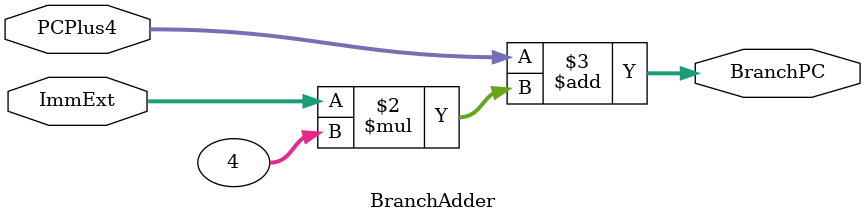
<source format=v>
`timescale 1ns / 1ps


module BranchAdder(PCPlus4, ImmExt, BranchPC);
    
    input [31:0] PCPlus4;
    input [31:0] ImmExt;
    
    output reg [31:0] BranchPC;
    
    always @(*)
    begin
    BranchPC <= (PCPlus4) + (ImmExt * 4);
    end
    
    
endmodule

</source>
